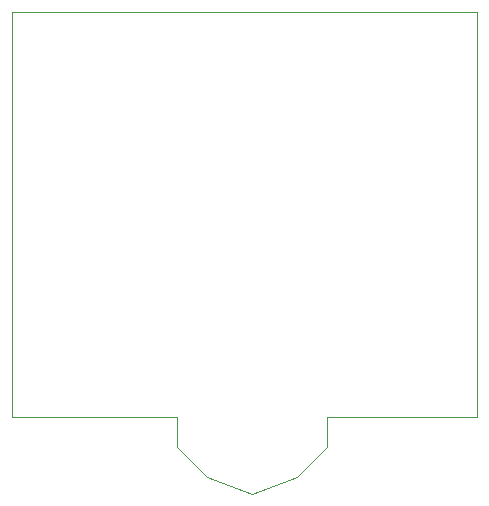
<source format=gm1>
%TF.GenerationSoftware,KiCad,Pcbnew,9.0.0-rc1*%
%TF.CreationDate,2025-03-07T01:01:46+01:00*%
%TF.ProjectId,nRF24-breakout,6e524632-342d-4627-9265-616b6f75742e,rev?*%
%TF.SameCoordinates,Original*%
%TF.FileFunction,Profile,NP*%
%FSLAX46Y46*%
G04 Gerber Fmt 4.6, Leading zero omitted, Abs format (unit mm)*
G04 Created by KiCad (PCBNEW 9.0.0-rc1) date 2025-03-07 01:01:46*
%MOMM*%
%LPD*%
G01*
G04 APERTURE LIST*
%TA.AperFunction,Profile*%
%ADD10C,0.050000*%
%TD*%
G04 APERTURE END LIST*
D10*
X124920000Y-99790000D02*
X124920000Y-97250000D01*
X98250000Y-62960000D02*
X137620000Y-62960000D01*
X112220000Y-97250000D02*
X107140000Y-97250000D01*
X137620000Y-62960000D02*
X137620000Y-97250000D01*
X98250000Y-97250000D02*
X107140000Y-97250000D01*
X112220000Y-99790000D02*
X112220000Y-97250000D01*
X114760000Y-102330000D02*
X118570000Y-103756344D01*
X122380000Y-102330000D02*
X118570000Y-103756344D01*
X98250000Y-62960000D02*
X98250000Y-97250000D01*
X122380000Y-102330000D02*
X124920000Y-99790000D01*
X124920000Y-97250000D02*
X128730000Y-97250000D01*
X114760000Y-102330000D02*
X112220000Y-99790000D01*
X128730000Y-97250000D02*
X137620000Y-97250000D01*
M02*

</source>
